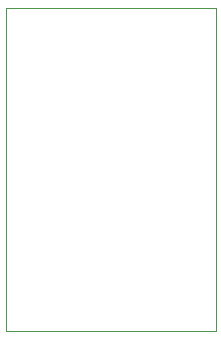
<source format=gbr>
%TF.GenerationSoftware,KiCad,Pcbnew,8.0.6-8.0.6-0~ubuntu24.04.1*%
%TF.CreationDate,2025-04-08T22:12:19-04:00*%
%TF.ProjectId,super-mini-mesh-kicad,73757065-722d-46d6-996e-692d6d657368,rev?*%
%TF.SameCoordinates,Original*%
%TF.FileFunction,Profile,NP*%
%FSLAX46Y46*%
G04 Gerber Fmt 4.6, Leading zero omitted, Abs format (unit mm)*
G04 Created by KiCad (PCBNEW 8.0.6-8.0.6-0~ubuntu24.04.1) date 2025-04-08 22:12:19*
%MOMM*%
%LPD*%
G01*
G04 APERTURE LIST*
%TA.AperFunction,Profile*%
%ADD10C,0.050000*%
%TD*%
G04 APERTURE END LIST*
D10*
X114220000Y-10560000D02*
X132010000Y-10560000D01*
X132010000Y-37850000D01*
X114220000Y-37850000D01*
X114220000Y-10560000D01*
M02*

</source>
